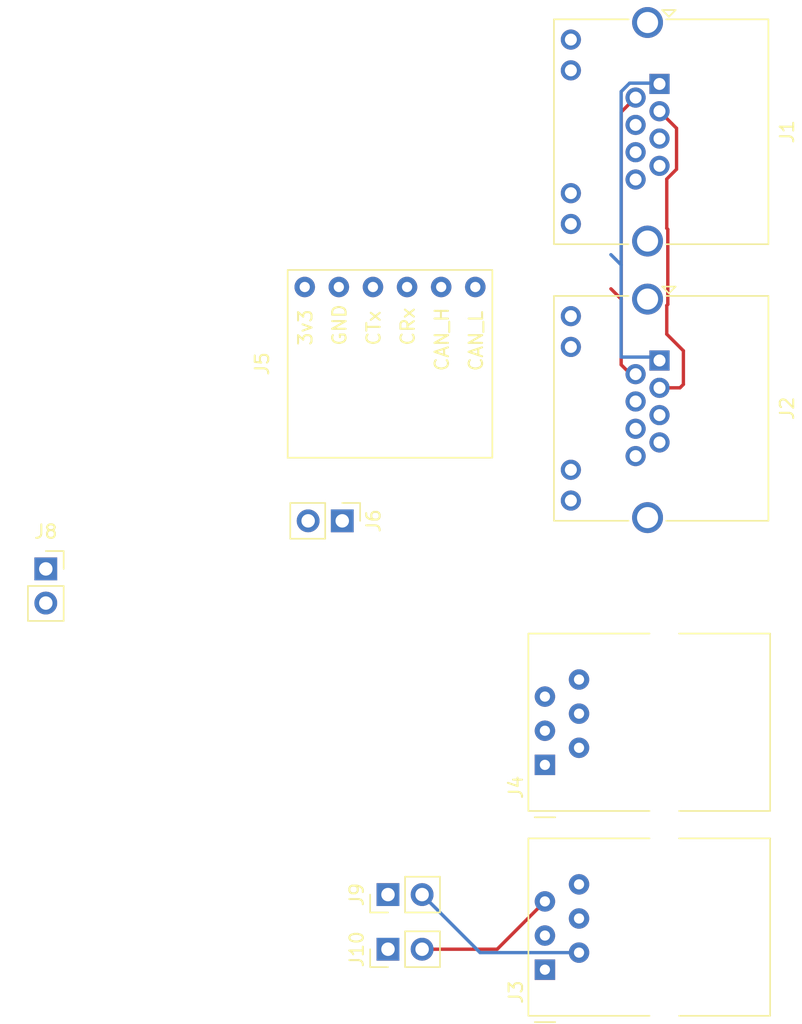
<source format=kicad_pcb>
(kicad_pcb (version 20221018) (generator pcbnew)
  (layers (0 "F.Cu" signal) (31 "B.Cu" signal) (34 "B.Paste" user) (35 "F.Paste" user) (36 "B.SilkS" user "B.Silkscreen") (37 "F.SilkS" user "F.Silkscreen") (38 "B.Mask" user) (39 "F.Mask" user) (44 "Edge.Cuts" user))
  (net 0 "")
  (net 1 "CAN_H")
  (net 2 "CAN_L")
  (net 3 "CAN_Gnd")
  (net 6 "Net-(J1-Pad6)")
  (net 14 "ComRx")
  (net 15 "ComGnd")
  (net 16 "ComTx")
  (net 20 "3v3")
  (net 21 "GND")
  (net 22 "CTx")
  (net 23 "CRx")
  (net 24 "VIN")
  (footprint "Connector_RJ:RJ12_Amphenol_54601" (layer "F.Cu") (at 127.612 117.47 90)
    (fp_text reference "J4" (at -1.67 -2.16 90) (layer "F.SilkS"))
    (fp_text value "RJ12")
    (fp_line (start -3.9 0.77) (end -3.9 -0.76) (stroke (width 0.12)) (layer "F.SilkS"))
    (fp_line (start -3.43 -1.23) (end 9.77 -1.23) (stroke (width 0.12)) (layer "F.SilkS"))
    (fp_line (start -3.43 7.72) (end -3.43 7.79) (stroke (width 0.1)) (layer "F.SilkS"))
    (fp_line (start -3.43 7.79) (end -3.43 -1.23) (stroke (width 0.12)) (layer "F.SilkS"))
    (fp_line (start -3.43 16.77) (end -3.43 9.99) (stroke (width 0.12)) (layer "F.SilkS"))
    (fp_line (start 9.77 -1.23) (end 9.77 7.79) (stroke (width 0.12)) (layer "F.SilkS"))
    (fp_line (start 9.77 16.65) (end 9.77 16.77) (stroke (width 0.1)) (layer "F.SilkS"))
    (fp_line (start 9.77 16.76) (end 9.77 16.77) (stroke (width 0.1)) (layer "F.SilkS"))
    (fp_line (start 9.77 16.77) (end -3.43 16.77) (stroke (width 0.12)) (layer "F.SilkS"))
    (fp_line (start 9.77 16.77) (end 9.77 9.99) (stroke (width 0.12)) (layer "F.SilkS"))
    (pad "" np_thru_hole circle (at -1.91 8.89 90) (size 3.25 3.25) (drill 3.25) (layers "*.Cu" "*.Mask"))
    (pad "" np_thru_hole circle (at 8.25 8.89 90) (size 3.25 3.25) (drill 3.25) (layers "*.Cu" "*.Mask"))
    (pad "1" thru_hole rect (at 0 0 90) (size 1.52 1.52) (drill 0.76) (layers "*.Cu" "*.Mask"))
    (pad "2" thru_hole circle (at 1.27 2.54 90) (size 1.52 1.52) (drill 0.76) (layers "*.Cu" "*.Mask") (net 14 "ComRx"))
    (pad "3" thru_hole circle (at 2.54 0 90) (size 1.52 1.52) (drill 0.76) (layers "*.Cu" "*.Mask") (net 15 "ComGnd"))
    (pad "4" thru_hole circle (at 3.81 2.54 90) (size 1.52 1.52) (drill 0.76) (layers "*.Cu" "*.Mask") (net 15 "ComGnd"))
    (pad "5" thru_hole circle (at 5.08 0 90) (size 1.52 1.52) (drill 0.76) (layers "*.Cu" "*.Mask") (net 16 "ComTx"))
    (pad "6" thru_hole circle (at 6.35 2.54 90) (size 1.52 1.52) (drill 0.76) (layers "*.Cu" "*.Mask"))
  )
  (footprint "Connector_PinHeader_2.54mm:PinHeader_1x02_P2.54mm_Vertical" (layer "F.Cu") (at 112.522 99.314 -90)
    (fp_text reference "J6" (at 0 -2.33 90) (layer "F.SilkS"))
    (fp_text value "CANbus Rx")
    (fp_line (start -1.33 -1.33) (end 0 -1.33) (stroke (width 0.12)) (layer "F.SilkS"))
    (fp_line (start -1.33 0) (end -1.33 -1.33) (stroke (width 0.12)) (layer "F.SilkS"))
    (fp_line (start -1.33 1.27) (end -1.33 3.87) (stroke (width 0.12)) (layer "F.SilkS"))
    (fp_line (start -1.33 1.27) (end 1.33 1.27) (stroke (width 0.12)) (layer "F.SilkS"))
    (fp_line (start -1.33 3.87) (end 1.33 3.87) (stroke (width 0.12)) (layer "F.SilkS"))
    (fp_line (start 1.33 1.27) (end 1.33 3.87) (stroke (width 0.12)) (layer "F.SilkS"))
    (pad "1" thru_hole rect (at 0 0 270) (size 1.7 1.7) (drill 1) (layers "*.Cu" "*.Mask") (net 21 "GND"))
    (pad "2" thru_hole oval (at 0 2.54 270) (size 1.7 1.7) (drill 1) (layers "*.Cu" "*.Mask") (net 23 "CRx"))
  )
  (footprint "Connector_RJ:RJ12_Amphenol_54601" (layer "F.Cu") (at 127.612 132.71 90)
    (fp_text reference "J3" (at -1.67 -2.16 90) (layer "F.SilkS"))
    (fp_text value "RJ12")
    (fp_line (start -3.9 0.77) (end -3.9 -0.76) (stroke (width 0.12)) (layer "F.SilkS"))
    (fp_line (start -3.43 -1.23) (end 9.77 -1.23) (stroke (width 0.12)) (layer "F.SilkS"))
    (fp_line (start -3.43 7.72) (end -3.43 7.79) (stroke (width 0.1)) (layer "F.SilkS"))
    (fp_line (start -3.43 7.79) (end -3.43 -1.23) (stroke (width 0.12)) (layer "F.SilkS"))
    (fp_line (start -3.43 16.77) (end -3.43 9.99) (stroke (width 0.12)) (layer "F.SilkS"))
    (fp_line (start 9.77 -1.23) (end 9.77 7.79) (stroke (width 0.12)) (layer "F.SilkS"))
    (fp_line (start 9.77 16.65) (end 9.77 16.77) (stroke (width 0.1)) (layer "F.SilkS"))
    (fp_line (start 9.77 16.76) (end 9.77 16.77) (stroke (width 0.1)) (layer "F.SilkS"))
    (fp_line (start 9.77 16.77) (end -3.43 16.77) (stroke (width 0.12)) (layer "F.SilkS"))
    (fp_line (start 9.77 16.77) (end 9.77 9.99) (stroke (width 0.12)) (layer "F.SilkS"))
    (pad "" np_thru_hole circle (at -1.91 8.89 90) (size 3.25 3.25) (drill 3.25) (layers "*.Cu" "*.Mask"))
    (pad "" np_thru_hole circle (at 8.25 8.89 90) (size 3.25 3.25) (drill 3.25) (layers "*.Cu" "*.Mask"))
    (pad "1" thru_hole rect (at 0 0 90) (size 1.52 1.52) (drill 0.76) (layers "*.Cu" "*.Mask"))
    (pad "2" thru_hole circle (at 1.27 2.54 90) (size 1.52 1.52) (drill 0.76) (layers "*.Cu" "*.Mask") (net 14 "ComRx"))
    (pad "3" thru_hole circle (at 2.54 0 90) (size 1.52 1.52) (drill 0.76) (layers "*.Cu" "*.Mask") (net 15 "ComGnd"))
    (pad "4" thru_hole circle (at 3.81 2.54 90) (size 1.52 1.52) (drill 0.76) (layers "*.Cu" "*.Mask") (net 15 "ComGnd"))
    (pad "5" thru_hole circle (at 5.08 0 90) (size 1.52 1.52) (drill 0.76) (layers "*.Cu" "*.Mask") (net 16 "ComTx"))
    (pad "6" thru_hole circle (at 6.35 2.54 90) (size 1.52 1.52) (drill 0.76) (layers "*.Cu" "*.Mask"))
  )
  (footprint "Connector_RJ:RJ45_Amphenol_RJHSE538X" (layer "F.Cu") (at 136.144 66.80572 -90)
    (fp_text reference "J1" (at 3.56 -9.5 90) (layer "F.SilkS"))
    (fp_text value "RJ45")
    (fp_line (start -5.5 -1.2) (end -5 -0.7) (stroke (width 0.12)) (layer "F.SilkS"))
    (fp_line (start -5.5 -0.2) (end -5.5 -1.2) (stroke (width 0.12)) (layer "F.SilkS"))
    (fp_line (start -5 -0.7) (end -5.5 -0.2) (stroke (width 0.12)) (layer "F.SilkS"))
    (fp_line (start -4.805 -8.11) (end -4.805 -0.5) (stroke (width 0.12)) (layer "F.SilkS"))
    (fp_line (start -4.805 -8.11) (end 11.925 -8.11) (stroke (width 0.12)) (layer "F.SilkS"))
    (fp_line (start -4.805 7.86) (end -4.805 2.3) (stroke (width 0.12)) (layer "F.SilkS"))
    (fp_line (start -4.805 7.86) (end 11.925 7.86) (stroke (width 0.12)) (layer "F.SilkS"))
    (fp_line (start 11.925 -8.11) (end 11.925 -0.5) (stroke (width 0.12)) (layer "F.SilkS"))
    (fp_line (start 11.925 7.86) (end 11.925 2.3) (stroke (width 0.12)) (layer "F.SilkS"))
    (pad "" np_thru_hole circle (at -2.79 -2.54 270) (size 3.25 3.25) (drill 3.25) (layers "*.Cu" "*.Mask"))
    (pad "" np_thru_hole circle (at 9.91 -2.54 270) (size 3.25 3.25) (drill 3.25) (layers "*.Cu" "*.Mask"))
    (pad "1" thru_hole rect (at 0 0 270) (size 1.5 1.5) (drill 0.89) (layers "*.Cu" "*.Mask") (net 1 "CAN_H"))
    (pad "2" thru_hole circle (at 1.016 1.78 270) (size 1.5 1.5) (drill 0.89) (layers "*.Cu" "*.Mask") (net 2 "CAN_L"))
    (pad "3" thru_hole circle (at 2.032 0 270) (size 1.5 1.5) (drill 0.89) (layers "*.Cu" "*.Mask") (net 3 "CAN_Gnd"))
    (pad "4" thru_hole circle (at 3.048 1.78 270) (size 1.5 1.5) (drill 0.89) (layers "*.Cu" "*.Mask"))
    (pad "5" thru_hole circle (at 4.064 0 270) (size 1.5 1.5) (drill 0.89) (layers "*.Cu" "*.Mask"))
    (pad "6" thru_hole circle (at 5.08 1.78 270) (size 1.5 1.5) (drill 0.89) (layers "*.Cu" "*.Mask") (net 6 "Net-(J1-Pad6)"))
    (pad "7" thru_hole circle (at 6.096 0 270) (size 1.5 1.5) (drill 0.89) (layers "*.Cu" "*.Mask"))
    (pad "8" thru_hole circle (at 7.112 1.78 270) (size 1.5 1.5) (drill 0.89) (layers "*.Cu" "*.Mask"))
    (pad "9" thru_hole circle (at -3.3 6.6 270) (size 1.5 1.5) (drill 0.89) (layers "*.Cu" "*.Mask"))
    (pad "10" thru_hole circle (at -1.01 6.6 270) (size 1.5 1.5) (drill 0.89) (layers "*.Cu" "*.Mask"))
    (pad "11" thru_hole circle (at 8.13 6.6 270) (size 1.5 1.5) (drill 0.89) (layers "*.Cu" "*.Mask"))
    (pad "12" thru_hole circle (at 10.42 6.6 270) (size 1.5 1.5) (drill 0.89) (layers "*.Cu" "*.Mask"))
    (pad "SH" thru_hole circle (at -4.57 0.89 270) (size 2.3 2.3) (drill 1.57) (layers "*.Cu" "*.Mask"))
    (pad "SH" thru_hole circle (at 11.69 0.89 270) (size 2.3 2.3) (drill 1.57) (layers "*.Cu" "*.Mask"))
  )
  (footprint "Connector_RJ:RJ45_Amphenol_RJHSE538X" (layer "F.Cu") (at 136.144 87.38372 -90)
    (fp_text reference "J2" (at 3.56 -9.5 90) (layer "F.SilkS"))
    (fp_text value "RJ45")
    (fp_line (start -5.5 -1.2) (end -5 -0.7) (stroke (width 0.12)) (layer "F.SilkS"))
    (fp_line (start -5.5 -0.2) (end -5.5 -1.2) (stroke (width 0.12)) (layer "F.SilkS"))
    (fp_line (start -5 -0.7) (end -5.5 -0.2) (stroke (width 0.12)) (layer "F.SilkS"))
    (fp_line (start -4.805 -8.11) (end -4.805 -0.5) (stroke (width 0.12)) (layer "F.SilkS"))
    (fp_line (start -4.805 -8.11) (end 11.925 -8.11) (stroke (width 0.12)) (layer "F.SilkS"))
    (fp_line (start -4.805 7.86) (end -4.805 2.3) (stroke (width 0.12)) (layer "F.SilkS"))
    (fp_line (start -4.805 7.86) (end 11.925 7.86) (stroke (width 0.12)) (layer "F.SilkS"))
    (fp_line (start 11.925 -8.11) (end 11.925 -0.5) (stroke (width 0.12)) (layer "F.SilkS"))
    (fp_line (start 11.925 7.86) (end 11.925 2.3) (stroke (width 0.12)) (layer "F.SilkS"))
    (pad "" np_thru_hole circle (at -2.79 -2.54 270) (size 3.25 3.25) (drill 3.25) (layers "*.Cu" "*.Mask"))
    (pad "" np_thru_hole circle (at 9.91 -2.54 270) (size 3.25 3.25) (drill 3.25) (layers "*.Cu" "*.Mask"))
    (pad "1" thru_hole rect (at 0 0 270) (size 1.5 1.5) (drill 0.89) (layers "*.Cu" "*.Mask") (net 1 "CAN_H"))
    (pad "2" thru_hole circle (at 1.016 1.78 270) (size 1.5 1.5) (drill 0.89) (layers "*.Cu" "*.Mask") (net 2 "CAN_L"))
    (pad "3" thru_hole circle (at 2.032 0 270) (size 1.5 1.5) (drill 0.89) (layers "*.Cu" "*.Mask") (net 3 "CAN_Gnd"))
    (pad "4" thru_hole circle (at 3.048 1.78 270) (size 1.5 1.5) (drill 0.89) (layers "*.Cu" "*.Mask"))
    (pad "5" thru_hole circle (at 4.064 0 270) (size 1.5 1.5) (drill 0.89) (layers "*.Cu" "*.Mask"))
    (pad "6" thru_hole circle (at 5.08 1.78 270) (size 1.5 1.5) (drill 0.89) (layers "*.Cu" "*.Mask") (net 6 "Net-(J1-Pad6)"))
    (pad "7" thru_hole circle (at 6.096 0 270) (size 1.5 1.5) (drill 0.89) (layers "*.Cu" "*.Mask"))
    (pad "8" thru_hole circle (at 7.112 1.78 270) (size 1.5 1.5) (drill 0.89) (layers "*.Cu" "*.Mask"))
    (pad "9" thru_hole circle (at -3.3 6.6 270) (size 1.5 1.5) (drill 0.89) (layers "*.Cu" "*.Mask"))
    (pad "10" thru_hole circle (at -1.01 6.6 270) (size 1.5 1.5) (drill 0.89) (layers "*.Cu" "*.Mask"))
    (pad "11" thru_hole circle (at 8.13 6.6 270) (size 1.5 1.5) (drill 0.89) (layers "*.Cu" "*.Mask"))
    (pad "12" thru_hole circle (at 10.42 6.6 270) (size 1.5 1.5) (drill 0.89) (layers "*.Cu" "*.Mask"))
    (pad "SH" thru_hole circle (at -4.57 0.89 270) (size 2.3 2.3) (drill 1.57) (layers "*.Cu" "*.Mask"))
    (pad "SH" thru_hole circle (at 11.69 0.89 270) (size 2.3 2.3) (drill 1.57) (layers "*.Cu" "*.Mask"))
  )
  (footprint "Connector_PinSocket_2.54mm:PinSocket_1x02_P2.54mm_Vertical" (layer "F.Cu") (at 90.449 102.89)
    (fp_text reference "J8" (at 0 -2.77) (layer "F.SilkS"))
    (fp_text value "Power In")
    (fp_line (start -1.33 1.27) (end -1.33 3.87) (stroke (width 0.12)) (layer "F.SilkS"))
    (fp_line (start -1.33 1.27) (end 1.33 1.27) (stroke (width 0.12)) (layer "F.SilkS"))
    (fp_line (start -1.33 3.87) (end 1.33 3.87) (stroke (width 0.12)) (layer "F.SilkS"))
    (fp_line (start 0 -1.33) (end 1.33 -1.33) (stroke (width 0.12)) (layer "F.SilkS"))
    (fp_line (start 1.33 -1.33) (end 1.33 0) (stroke (width 0.12)) (layer "F.SilkS"))
    (fp_line (start 1.33 1.27) (end 1.33 3.87) (stroke (width 0.12)) (layer "F.SilkS"))
    (pad "1" thru_hole rect (at 0 0) (size 1.7 1.7) (drill 1) (layers "*.Cu" "*.Mask") (net 21 "GND"))
    (pad "2" thru_hole oval (at 0 2.54) (size 1.7 1.7) (drill 1) (layers "*.Cu" "*.Mask") (net 24 "VIN"))
  )
  (footprint ".tlsFootprints:VP230 Breakout" (layer "F.Cu") (at 109.728 81.915 90)
    (fp_text reference "J5" (at -5.715 -3.175 90 unlocked) (layer "F.SilkS"))
    (fp_text value "VP230")
    (fp_text user "CTx" (at -4.445 5.715 90 unlocked) (layer "F.SilkS") (effects (justify left bottom)))
    (fp_text user "GND" (at -4.445 3.175 90 unlocked) (layer "F.SilkS") (effects (justify left bottom)))
    (fp_text user "CRx" (at -4.445 8.255 90 unlocked) (layer "F.SilkS") (effects (justify left bottom)))
    (fp_text user "3v3" (at -4.445 0.635 90 unlocked) (layer "F.SilkS") (effects (justify left bottom)))
    (fp_text user "CAN_L" (at -6.35 13.335 90 unlocked) (layer "F.SilkS") (effects (justify left bottom)))
    (fp_text user "CAN_H" (at -6.35 10.795 90 unlocked) (layer "F.SilkS") (effects (justify left bottom)))
    (fp_rect (start -12.7 -1.27) (end 1.27 13.97) (stroke (width 0.12)) (fill none) (layer "F.SilkS"))
    (pad "1" thru_hole circle (at 0 0 90) (size 1.524 1.524) (drill 0.762) (layers "*.Cu" "*.Mask") (net 20 "3v3"))
    (pad "2" thru_hole circle (at 0 2.54 90) (size 1.524 1.524) (drill 0.762) (layers "*.Cu" "*.Mask") (net 21 "GND"))
    (pad "3" thru_hole circle (at 0 5.08 90) (size 1.524 1.524) (drill 0.762) (layers "*.Cu" "*.Mask") (net 22 "CTx"))
    (pad "4" thru_hole circle (at 0 7.62 90) (size 1.524 1.524) (drill 0.762) (layers "*.Cu" "*.Mask") (net 23 "CRx"))
    (pad "5" thru_hole circle (at 0 10.16 90) (size 1.524 1.524) (drill 0.762) (layers "*.Cu" "*.Mask") (net 1 "CAN_H"))
    (pad "6" thru_hole circle (at 0 12.7 90) (size 1.524 1.524) (drill 0.762) (layers "*.Cu" "*.Mask") (net 2 "CAN_L"))
  )
  (footprint "Connector_PinHeader_2.54mm:PinHeader_1x02_P2.54mm_Vertical" (layer "F.Cu") (at 115.928 131.186 90)
    (fp_text reference "J10" (at 0 -2.33 90) (layer "F.SilkS"))
    (fp_text value "3")
    (fp_line (start -1.33 -1.33) (end 0 -1.33) (stroke (width 0.12)) (layer "F.SilkS"))
    (fp_line (start -1.33 0) (end -1.33 -1.33) (stroke (width 0.12)) (layer "F.SilkS"))
    (fp_line (start -1.33 1.27) (end -1.33 3.87) (stroke (width 0.12)) (layer "F.SilkS"))
    (fp_line (start -1.33 1.27) (end 1.33 1.27) (stroke (width 0.12)) (layer "F.SilkS"))
    (fp_line (start -1.33 3.87) (end 1.33 3.87) (stroke (width 0.12)) (layer "F.SilkS"))
    (fp_line (start 1.33 1.27) (end 1.33 3.87) (stroke (width 0.12)) (layer "F.SilkS"))
    (pad "1" thru_hole rect (at 0 0 90) (size 1.7 1.7) (drill 1) (layers "*.Cu" "*.Mask") (net 15 "ComGnd"))
    (pad "2" thru_hole oval (at 0 2.54 90) (size 1.7 1.7) (drill 1) (layers "*.Cu" "*.Mask") (net 16 "ComTx"))
  )
  (footprint "Connector_PinHeader_2.54mm:PinHeader_1x02_P2.54mm_Vertical" (layer "F.Cu") (at 115.928 127.122 90)
    (fp_text reference "J9" (at 0 -2.33 90) (layer "F.SilkS"))
    (fp_text value "Serial Rx")
    (fp_line (start -1.33 -1.33) (end 0 -1.33) (stroke (width 0.12)) (layer "F.SilkS"))
    (fp_line (start -1.33 0) (end -1.33 -1.33) (stroke (width 0.12)) (layer "F.SilkS"))
    (fp_line (start -1.33 1.27) (end -1.33 3.87) (stroke (width 0.12)) (layer "F.SilkS"))
    (fp_line (start -1.33 1.27) (end 1.33 1.27) (stroke (width 0.12)) (layer "F.SilkS"))
    (fp_line (start -1.33 3.87) (end 1.33 3.87) (stroke (width 0.12)) (layer "F.SilkS"))
    (fp_line (start 1.33 1.27) (end 1.33 3.87) (stroke (width 0.12)) (layer "F.SilkS"))
    (pad "1" thru_hole rect (at 0 0 90) (size 1.7 1.7) (drill 1) (layers "*.Cu" "*.Mask") (net 15 "ComGnd"))
    (pad "2" thru_hole oval (at 0 2.54 90) (size 1.7 1.7) (drill 1) (layers "*.Cu" "*.Mask") (net 14 "ComRx"))
  )
  (segment (start 132.527 79.50972) (end 133.289 80.27172) (width 0.25) (layer "B.Cu") (net 1))
  (segment (start 136.085 66.74672) (end 133.91872 66.74672) (width 0.25) (layer "B.Cu") (net 1))
  (segment (start 136.144 87.38372) (end 135.89 87.12972) (width 0.25) (layer "B.Cu") (net 1))
  (segment (start 133.289 67.37644) (end 133.289 80.27172) (width 0.25) (layer "B.Cu") (net 1))
  (segment (start 136.144 66.80572) (end 136.085 66.74672) (width 0.25) (layer "B.Cu") (net 1))
  (segment (start 135.636 86.87572) (end 136.144 87.38372) (width 0.25) (layer "B.Cu") (net 1))
  (segment (start 133.289 80.27172) (end 133.289 87.12972) (width 0.25) (layer "B.Cu") (net 1))
  (segment (start 133.91872 66.74672) (end 133.289 67.37644) (width 0.25) (layer "B.Cu") (net 1))
  (segment (start 135.89 87.12972) (end 133.289 87.12972) (width 0.25) (layer "B.Cu") (net 1))
  (segment (start 133.289 82.81172) (end 133.289 87.69872) (width 0.25) (layer "F.Cu") (net 2))
  (segment (start 133.99 88.39972) (end 134.364 88.39972) (width 0.25) (layer "F.Cu") (net 2))
  (segment (start 133.289 68.89672) (end 133.289 82.81172) (width 0.25) (layer "F.Cu") (net 2))
  (segment (start 134.364 67.82172) (end 133.289 68.89672) (width 0.25) (layer "F.Cu") (net 2))
  (segment (start 133.289 87.69872) (end 133.99 88.39972) (width 0.25) (layer "F.Cu") (net 2))
  (segment (start 132.527 82.04972) (end 133.289 82.81172) (width 0.25) (layer "F.Cu") (net 2))
  (segment (start 136.684 77.544147) (end 136.684 73.882) (width 0.25) (layer "F.Cu") (net 3))
  (segment (start 136.144 89.41572) (end 137.668 89.41572) (width 0.25) (layer "F.Cu") (net 3))
  (segment (start 137.922 89.16172) (end 137.922 86.660147) (width 0.25) (layer "F.Cu") (net 3))
  (segment (start 137.414 73.152) (end 137.414 70.10772) (width 0.25) (layer "F.Cu") (net 3))
  (segment (start 136.761786 83.209934) (end 136.761786 77.621933) (width 0.25) (layer "F.Cu") (net 3))
  (segment (start 137.922 86.660147) (end 136.684 85.422147) (width 0.25) (layer "F.Cu") (net 3))
  (segment (start 137.414 70.10772) (end 136.144 68.83772) (width 0.25) (layer "F.Cu") (net 3))
  (segment (start 136.684 73.882) (end 137.414 73.152) (width 0.25) (layer "F.Cu") (net 3))
  (segment (start 136.684 85.422147) (end 136.684 83.28772) (width 0.25) (layer "F.Cu") (net 3))
  (segment (start 137.668 89.41572) (end 137.922 89.16172) (width 0.25) (layer "F.Cu") (net 3))
  (segment (start 136.761786 77.621933) (end 136.684 77.544147) (width 0.25) (layer "F.Cu") (net 3))
  (segment (start 136.684 83.28772) (end 136.761786 83.209934) (width 0.25) (layer "F.Cu") (net 3))
  (segment (start 122.786 131.44) (end 130.152 131.44) (width 0.25) (layer "B.Cu") (net 14))
  (segment (start 118.468 127.122) (end 122.786 131.44) (width 0.25) (layer "B.Cu") (net 14))
  (segment (start 118.468 131.186) (end 124.056 131.186) (width 0.25) (layer "F.Cu") (net 16))
  (segment (start 124.056 131.186) (end 127.612 127.63) (width 0.25) (layer "F.Cu") (net 16))
)
</source>
